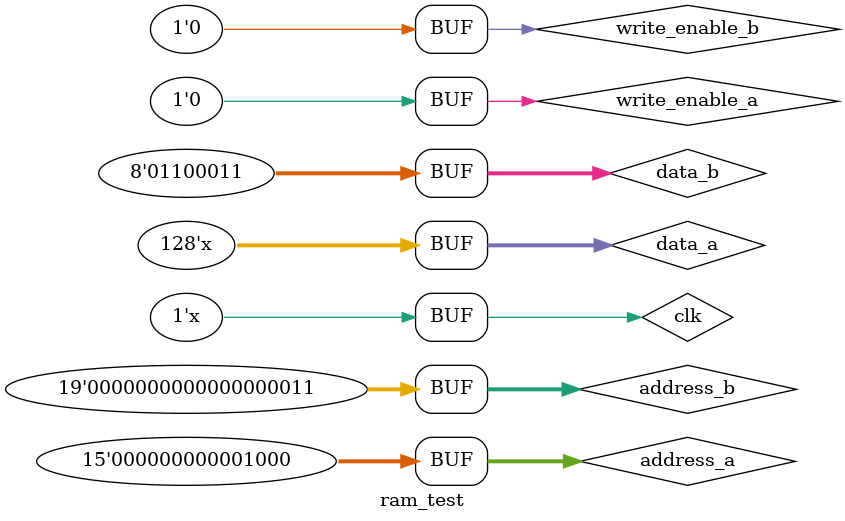
<source format=sv>
`timescale 1 ps / 1 ps

module ram_test();

	logic clk, write_enable_a, write_enable_b;
	logic[14:0] address_a;
	logic[18:0] address_b;
	logic[127:0] data_a, out_a;
	logic[7:0] data_b, out_b;

	ram_encrypted DUT(address_a, address_b, clk, data_a, data_b, write_enable_a, write_enable_b, out_a, out_b);

	initial begin
		#10 write_enable_a = 0; write_enable_b = 0; address_b = 15'd4; address_a = 19'd0; data_a = 'z; data_b = 'z; clk = 0;
		#10 write_enable_b = 1; address_b = 15'd2; data_b = 8'd99;
		#10 write_enable_b = 0;
		#10 address_b = 15'd3;
		#12 address_a = 19'd8;
	end	

	always #5 clk <= !clk;

endmodule
</source>
